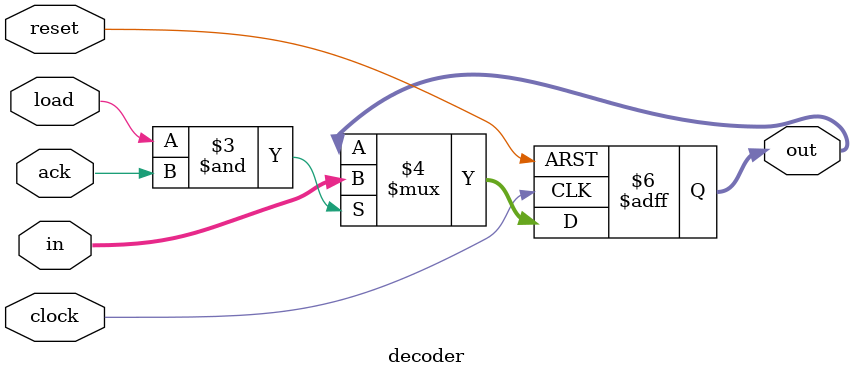
<source format=v>
module decoder
# (
    parameter WIDTH = 4,
    parameter OUTPUT_TYPE = 1
)
(
    input                      clock,
    input                      reset,
    input                      ack,
    input                      load,
    input 	   [WIDTH - 1:0] in,
    output reg     [WIDTH - 1:0] out
);

	always @ (posedge clock, negedge reset)
	  if (~reset)
            out <= {WIDTH { 1'b0 }};
          else if (load & ack)
            out <= in;
endmodule

</source>
